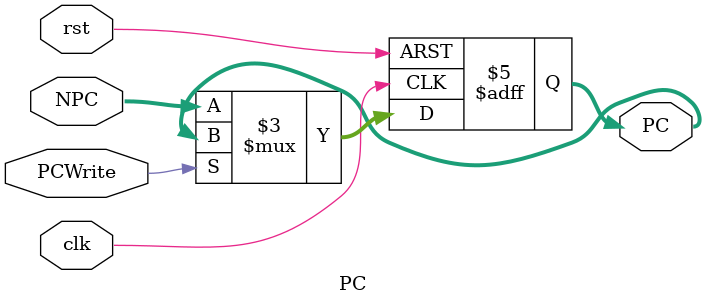
<source format=v>
module PC( clk, rst, NPC, PC ,PCWrite)  ;


  input                        clk         ;
  input                        rst         ;
  input                        PCWrite;

  input           [31:0]       NPC         ;
  output     reg  [31:0]       PC          ;

  always @(posedge clk, posedge rst)
    if (rst) 
      PC <= 32'h0000_0000                  ;
    else if(~PCWrite)
      PC <= NPC                     ;
      
endmodule


</source>
